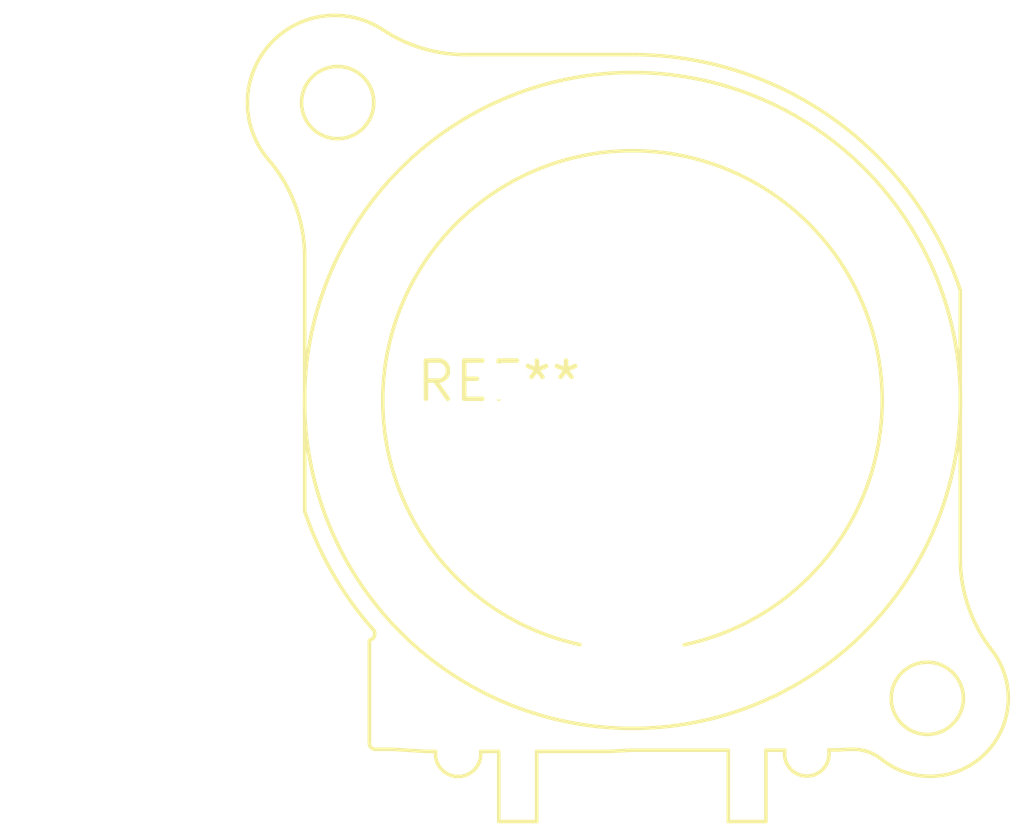
<source format=kicad_pcb>
(kicad_pcb (version 20240108) (generator pcbnew)
  (layers (0 "F.Cu" signal) (31 "B.Cu" signal) (34 "B.Paste" user) (35 "F.Paste" user) (36 "B.SilkS" user "B.Silkscreen") (37 "F.SilkS" user "F.Silkscreen") (38 "B.Mask" user) (39 "F.Mask" user) (44 "Edge.Cuts" user))
  (net 0 "")
  (footprint "Jack_XLR_Neutrik_NC5MAV_Vertical" (layer "F.Cu") (at 0 0)
    (property "Reference" "REF**")
    (property "Value" "Jack_XLR_Neutrik_NC5MAV_Vertical")
    (fp_line (start -6.45 4.32) (end -6.45 -4.13) (layer "F.SilkS") (stroke (width 0.12)))
    (fp_line (start -4.3 8.61) (end -4.3 12.03) (layer "F.SilkS") (stroke (width 0.12)))
    (fp_line (start -4.3 12.04) (end -4.3 12.03) (layer "F.SilkS") (stroke (width 0.12)))
    (fp_line (start -3.54 12.23) (end -4.1 12.23) (layer "F.SilkS") (stroke (width 0.12)))
    (fp_line (start -3.54 12.23) (end -2.41 12.3) (layer "F.SilkS") (stroke (width 0.12)))
    (fp_line (start -2.41 12.3) (end -2.1 12.3) (layer "F.SilkS") (stroke (width 0.12)))
    (fp_line (start -1.11 -10.86) (end 4.445 -10.86) (layer "F.SilkS") (stroke (width 0.12)))
    (fp_line (start -0.6 12.3) (end 0 12.3) (layer "F.SilkS") (stroke (width 0.12)))
    (fp_line (start 0 12.3) (end 0 14.63) (layer "F.SilkS") (stroke (width 0.12)))
    (fp_line (start 1.26 12.3) (end 1.26 14.63) (layer "F.SilkS") (stroke (width 0.12)))
    (fp_line (start 1.26 12.3) (end 3.68 12.3) (layer "F.SilkS") (stroke (width 0.12)))
    (fp_line (start 1.26 14.63) (end 0 14.63) (layer "F.SilkS") (stroke (width 0.12)))
    (fp_line (start 3.68 12.3) (end 4.4 12.26) (layer "F.SilkS") (stroke (width 0.12)))
    (fp_line (start 4.4 12.26) (end 7.63 12.26) (layer "F.SilkS") (stroke (width 0.12)))
    (fp_line (start 7.63 12.26) (end 7.63 14.63) (layer "F.SilkS") (stroke (width 0.12)))
    (fp_line (start 8.88 12.26) (end 8.88 14.63) (layer "F.SilkS") (stroke (width 0.12)))
    (fp_line (start 8.88 12.26) (end 9.51 12.26) (layer "F.SilkS") (stroke (width 0.12)))
    (fp_line (start 8.88 14.63) (end 7.63 14.63) (layer "F.SilkS") (stroke (width 0.12)))
    (fp_line (start 11.3 12.25) (end 10.97 12.25) (layer "F.SilkS") (stroke (width 0.12)))
    (fp_line (start 11.3 12.25) (end 11.62 12.23) (layer "F.SilkS") (stroke (width 0.12)))
    (fp_line (start 11.62 12.23) (end 11.83 12.23) (layer "F.SilkS") (stroke (width 0.12)))
    (fp_line (start 15.34 5.87) (end 15.34 -3.03) (layer "F.SilkS") (stroke (width 0.12)))
    (fp_arc (start -7.657744 -7.374956) (mid -6.763404 -5.860588) (end -6.45 -4.13) (layer "F.SilkS") (stroke (width 0.12)))
    (fp_arc (start -7.651513 -7.366237) (mid -7.633396 -11.174623) (end -3.86 -11.69) (layer "F.SilkS") (stroke (width 0.12)))
    (fp_arc (start -4.183989 8.238999) (mid -5.511715 6.392089) (end -6.45 4.32) (layer "F.SilkS") (stroke (width 0.12)))
    (fp_arc (start -4.18 8.24) (mid -4.131238 8.457218) (end -4.29758 8.605176) (layer "F.SilkS") (stroke (width 0.12)))
    (fp_arc (start -4.1 12.23) (mid -4.241421 12.171421) (end -4.3 12.03) (layer "F.SilkS") (stroke (width 0.12)))
    (fp_arc (start -1.109492 -10.859879) (mid -2.546037 -11.071859) (end -3.86 -11.69) (layer "F.SilkS") (stroke (width 0.12)))
    (fp_arc (start -0.599756 12.302318) (mid -1.351165 13.134254) (end -2.1 12.3) (layer "F.SilkS") (stroke (width 0.12)))
    (fp_arc (start 2.7 8.75) (mid 4.457421 -7.665488) (end 6.165706 8.755186) (layer "F.SilkS") (stroke (width 0.12)))
    (fp_arc (start 4.44649 -10.859923) (mid 11.153971 -8.698968) (end 15.34 -3.03) (layer "F.SilkS") (stroke (width 0.12)))
    (fp_arc (start 10.968412 12.250709) (mid 10.244713 13.119782) (end 9.51 12.26) (layer "F.SilkS") (stroke (width 0.12)))
    (fp_arc (start 11.83183 12.230062) (mid 12.302634 12.323105) (end 12.72 12.56) (layer "F.SilkS") (stroke (width 0.12)))
    (fp_arc (start 16.386345 8.930697) (mid 16.167129 12.375778) (end 12.72 12.56) (layer "F.SilkS") (stroke (width 0.12)))
    (fp_arc (start 16.392436 8.938671) (mid 15.610422 7.492064) (end 15.34 5.87) (layer "F.SilkS") (stroke (width 0.12)))
    (fp_circle (center -5.355 -9.265) (end -4.155 -9.265) (layer "F.SilkS") (stroke (width 0.12)) (fill none))
    (fp_circle (center 4.445 0.635) (end 15.345 0.635) (layer "F.SilkS") (stroke (width 0.12)) (fill none))
    (fp_circle (center 14.245 10.535) (end 15.445 10.535) (layer "F.SilkS") (stroke (width 0.12)) (fill none))
    (pad "1" thru_hole circle (at 0 0) (size 2.9 2.9) (drill 1.2) (layers *.Cu *.Mask) (remove_unused_layers))
    (pad "2" thru_hole circle (at 1.27 3.175) (size 3.4 3.4) (drill 1.6) (layers *.Cu *.Mask) (remove_unused_layers))
    (pad "3" thru_hole circle (at 4.445 5.08) (size 2.9 2.9) (drill 1.2) (layers *.Cu *.Mask) (remove_unused_layers))
    (pad "4" thru_hole circle (at 7.62 3.175) (size 3.4 3.4) (drill 1.6) (layers *.Cu *.Mask) (remove_unused_layers))
    (pad "5" thru_hole circle (at 8.255 -0.635) (size 2.9 2.9) (drill 1.2) (layers *.Cu *.Mask) (remove_unused_layers))
    (pad "G" thru_hole circle (at 4.445 8.885) (size 2.9 2.9) (drill 1.2) (layers *.Cu *.Mask) (remove_unused_layers))
  )
)
</source>
